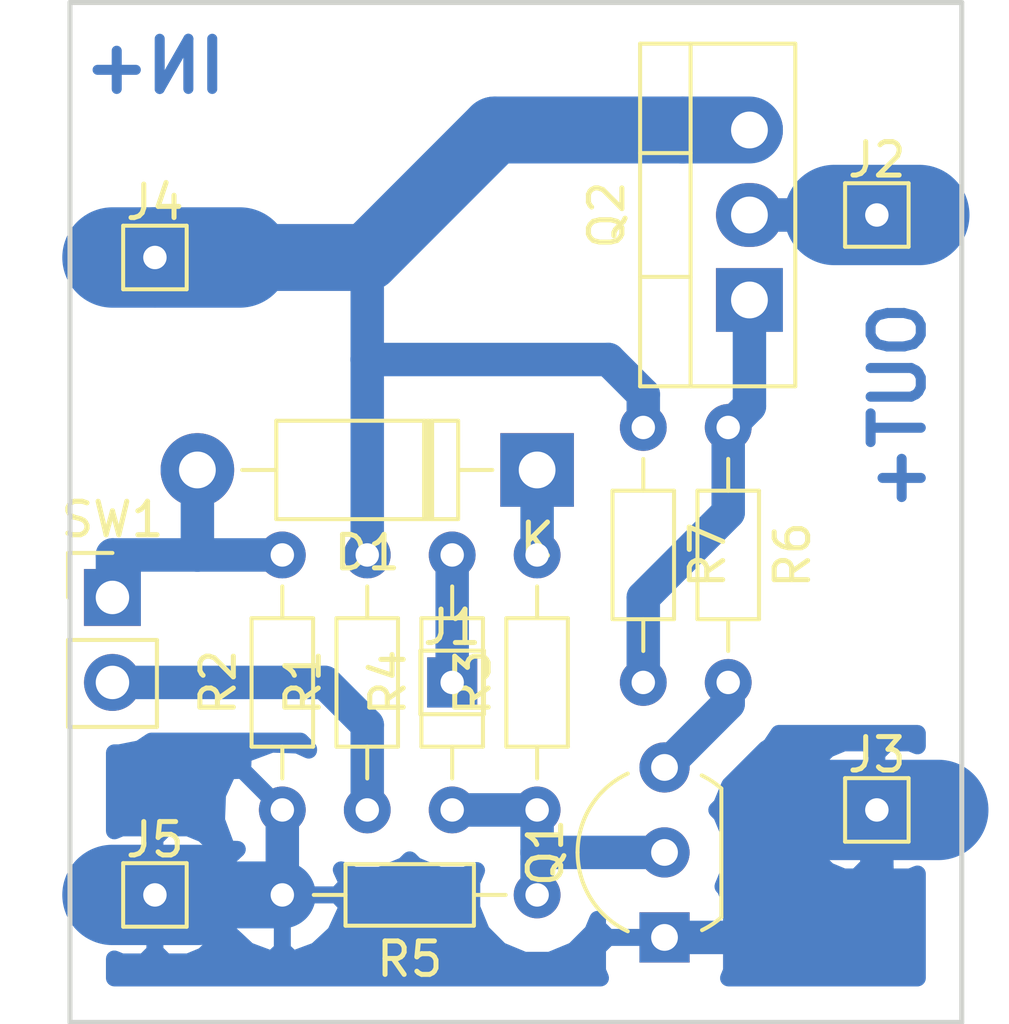
<source format=kicad_pcb>
(kicad_pcb (version 20171130) (host pcbnew 5.0.2-bee76a0~70~ubuntu16.04.1)

  (general
    (thickness 1.6)
    (drawings 6)
    (tracks 42)
    (zones 0)
    (modules 16)
    (nets 11)
  )

  (page A4)
  (layers
    (0 F.Cu signal)
    (31 B.Cu signal)
    (32 B.Adhes user)
    (33 F.Adhes user)
    (34 B.Paste user)
    (35 F.Paste user)
    (36 B.SilkS user)
    (37 F.SilkS user)
    (38 B.Mask user)
    (39 F.Mask user)
    (40 Dwgs.User user)
    (41 Cmts.User user)
    (42 Eco1.User user)
    (43 Eco2.User user)
    (44 Edge.Cuts user)
    (45 Margin user)
    (46 B.CrtYd user)
    (47 F.CrtYd user)
    (48 B.Fab user)
    (49 F.Fab user)
  )

  (setup
    (last_trace_width 1)
    (trace_clearance 0.127)
    (zone_clearance 1)
    (zone_45_only no)
    (trace_min 0.2)
    (segment_width 0.2)
    (edge_width 0.15)
    (via_size 0.8)
    (via_drill 0.4)
    (via_min_size 0.4)
    (via_min_drill 0.3)
    (uvia_size 0.3)
    (uvia_drill 0.1)
    (uvias_allowed no)
    (uvia_min_size 0.2)
    (uvia_min_drill 0.1)
    (pcb_text_width 0.3)
    (pcb_text_size 1.5 1.5)
    (mod_edge_width 0.15)
    (mod_text_size 1 1)
    (mod_text_width 0.15)
    (pad_size 1.524 1.524)
    (pad_drill 0.762)
    (pad_to_mask_clearance 0.051)
    (solder_mask_min_width 0.25)
    (aux_axis_origin 0 0)
    (visible_elements FFFFFF7F)
    (pcbplotparams
      (layerselection 0x010fc_ffffffff)
      (usegerberextensions false)
      (usegerberattributes false)
      (usegerberadvancedattributes false)
      (creategerberjobfile false)
      (excludeedgelayer true)
      (linewidth 0.100000)
      (plotframeref false)
      (viasonmask false)
      (mode 1)
      (useauxorigin false)
      (hpglpennumber 1)
      (hpglpenspeed 20)
      (hpglpendiameter 15.000000)
      (psnegative false)
      (psa4output false)
      (plotreference true)
      (plotvalue true)
      (plotinvisibletext false)
      (padsonsilk false)
      (subtractmaskfromsilk false)
      (outputformat 1)
      (mirror false)
      (drillshape 1)
      (scaleselection 1)
      (outputdirectory ""))
  )

  (net 0 "")
  (net 1 "Net-(D1-Pad1)")
  (net 2 "Net-(D1-Pad2)")
  (net 3 "Net-(J1-Pad1)")
  (net 4 "Net-(J2-Pad1)")
  (net 5 GND)
  (net 6 "Net-(Q1-Pad2)")
  (net 7 "Net-(Q1-Pad3)")
  (net 8 "Net-(Q2-Pad1)")
  (net 9 +BATT)
  (net 10 "Net-(R1-Pad1)")

  (net_class Default "This is the default net class."
    (clearance 0.127)
    (trace_width 1)
    (via_dia 0.8)
    (via_drill 0.4)
    (uvia_dia 0.3)
    (uvia_drill 0.1)
    (add_net +BATT)
    (add_net GND)
    (add_net "Net-(D1-Pad1)")
    (add_net "Net-(D1-Pad2)")
    (add_net "Net-(J1-Pad1)")
    (add_net "Net-(J2-Pad1)")
    (add_net "Net-(Q1-Pad2)")
    (add_net "Net-(Q1-Pad3)")
    (add_net "Net-(Q2-Pad1)")
    (add_net "Net-(R1-Pad1)")
  )

  (module Diode_THT:D_DO-41_SOD81_P10.16mm_Horizontal (layer F.Cu) (tedit 5AE50CD5) (tstamp 5DF7794B)
    (at 26.67 26.67 180)
    (descr "Diode, DO-41_SOD81 series, Axial, Horizontal, pin pitch=10.16mm, , length*diameter=5.2*2.7mm^2, , http://www.diodes.com/_files/packages/DO-41%20(Plastic).pdf")
    (tags "Diode DO-41_SOD81 series Axial Horizontal pin pitch 10.16mm  length 5.2mm diameter 2.7mm")
    (path /5DEAF799)
    (fp_text reference D1 (at 5.08 -2.47 180) (layer F.SilkS)
      (effects (font (size 1 1) (thickness 0.15)))
    )
    (fp_text value 1N4007 (at 5.08 2.47 180) (layer F.Fab)
      (effects (font (size 1 1) (thickness 0.15)))
    )
    (fp_line (start 2.48 -1.35) (end 2.48 1.35) (layer F.Fab) (width 0.1))
    (fp_line (start 2.48 1.35) (end 7.68 1.35) (layer F.Fab) (width 0.1))
    (fp_line (start 7.68 1.35) (end 7.68 -1.35) (layer F.Fab) (width 0.1))
    (fp_line (start 7.68 -1.35) (end 2.48 -1.35) (layer F.Fab) (width 0.1))
    (fp_line (start 0 0) (end 2.48 0) (layer F.Fab) (width 0.1))
    (fp_line (start 10.16 0) (end 7.68 0) (layer F.Fab) (width 0.1))
    (fp_line (start 3.26 -1.35) (end 3.26 1.35) (layer F.Fab) (width 0.1))
    (fp_line (start 3.36 -1.35) (end 3.36 1.35) (layer F.Fab) (width 0.1))
    (fp_line (start 3.16 -1.35) (end 3.16 1.35) (layer F.Fab) (width 0.1))
    (fp_line (start 2.36 -1.47) (end 2.36 1.47) (layer F.SilkS) (width 0.12))
    (fp_line (start 2.36 1.47) (end 7.8 1.47) (layer F.SilkS) (width 0.12))
    (fp_line (start 7.8 1.47) (end 7.8 -1.47) (layer F.SilkS) (width 0.12))
    (fp_line (start 7.8 -1.47) (end 2.36 -1.47) (layer F.SilkS) (width 0.12))
    (fp_line (start 1.34 0) (end 2.36 0) (layer F.SilkS) (width 0.12))
    (fp_line (start 8.82 0) (end 7.8 0) (layer F.SilkS) (width 0.12))
    (fp_line (start 3.26 -1.47) (end 3.26 1.47) (layer F.SilkS) (width 0.12))
    (fp_line (start 3.38 -1.47) (end 3.38 1.47) (layer F.SilkS) (width 0.12))
    (fp_line (start 3.14 -1.47) (end 3.14 1.47) (layer F.SilkS) (width 0.12))
    (fp_line (start -1.35 -1.6) (end -1.35 1.6) (layer F.CrtYd) (width 0.05))
    (fp_line (start -1.35 1.6) (end 11.51 1.6) (layer F.CrtYd) (width 0.05))
    (fp_line (start 11.51 1.6) (end 11.51 -1.6) (layer F.CrtYd) (width 0.05))
    (fp_line (start 11.51 -1.6) (end -1.35 -1.6) (layer F.CrtYd) (width 0.05))
    (fp_text user %R (at 5.47 0 180) (layer F.Fab)
      (effects (font (size 1 1) (thickness 0.15)))
    )
    (fp_text user K (at 0 -2.1 180) (layer F.Fab)
      (effects (font (size 1 1) (thickness 0.15)))
    )
    (fp_text user K (at 0 -2.1 180) (layer F.SilkS)
      (effects (font (size 1 1) (thickness 0.15)))
    )
    (pad 1 thru_hole rect (at 0 0 180) (size 2.2 2.2) (drill 1.1) (layers *.Cu *.Mask)
      (net 1 "Net-(D1-Pad1)"))
    (pad 2 thru_hole oval (at 10.16 0 180) (size 2.2 2.2) (drill 1.1) (layers *.Cu *.Mask)
      (net 2 "Net-(D1-Pad2)"))
    (model ${KISYS3DMOD}/Diode_THT.3dshapes/D_DO-41_SOD81_P10.16mm_Horizontal.wrl
      (at (xyz 0 0 0))
      (scale (xyz 1 1 1))
      (rotate (xyz 0 0 0))
    )
  )

  (module Package_TO_SOT_THT:TO-220-3_Vertical (layer F.Cu) (tedit 5AC8BA0D) (tstamp 5DF779B6)
    (at 33.02 21.59 90)
    (descr "TO-220-3, Vertical, RM 2.54mm, see https://www.vishay.com/docs/66542/to-220-1.pdf")
    (tags "TO-220-3 Vertical RM 2.54mm")
    (path /5DEAE833)
    (fp_text reference Q2 (at 2.54 -4.27 90) (layer F.SilkS)
      (effects (font (size 1 1) (thickness 0.15)))
    )
    (fp_text value TIP127 (at 2.54 2.5 90) (layer F.Fab)
      (effects (font (size 1 1) (thickness 0.15)))
    )
    (fp_line (start -2.46 -3.15) (end -2.46 1.25) (layer F.Fab) (width 0.1))
    (fp_line (start -2.46 1.25) (end 7.54 1.25) (layer F.Fab) (width 0.1))
    (fp_line (start 7.54 1.25) (end 7.54 -3.15) (layer F.Fab) (width 0.1))
    (fp_line (start 7.54 -3.15) (end -2.46 -3.15) (layer F.Fab) (width 0.1))
    (fp_line (start -2.46 -1.88) (end 7.54 -1.88) (layer F.Fab) (width 0.1))
    (fp_line (start 0.69 -3.15) (end 0.69 -1.88) (layer F.Fab) (width 0.1))
    (fp_line (start 4.39 -3.15) (end 4.39 -1.88) (layer F.Fab) (width 0.1))
    (fp_line (start -2.58 -3.27) (end 7.66 -3.27) (layer F.SilkS) (width 0.12))
    (fp_line (start -2.58 1.371) (end 7.66 1.371) (layer F.SilkS) (width 0.12))
    (fp_line (start -2.58 -3.27) (end -2.58 1.371) (layer F.SilkS) (width 0.12))
    (fp_line (start 7.66 -3.27) (end 7.66 1.371) (layer F.SilkS) (width 0.12))
    (fp_line (start -2.58 -1.76) (end 7.66 -1.76) (layer F.SilkS) (width 0.12))
    (fp_line (start 0.69 -3.27) (end 0.69 -1.76) (layer F.SilkS) (width 0.12))
    (fp_line (start 4.391 -3.27) (end 4.391 -1.76) (layer F.SilkS) (width 0.12))
    (fp_line (start -2.71 -3.4) (end -2.71 1.51) (layer F.CrtYd) (width 0.05))
    (fp_line (start -2.71 1.51) (end 7.79 1.51) (layer F.CrtYd) (width 0.05))
    (fp_line (start 7.79 1.51) (end 7.79 -3.4) (layer F.CrtYd) (width 0.05))
    (fp_line (start 7.79 -3.4) (end -2.71 -3.4) (layer F.CrtYd) (width 0.05))
    (fp_text user %R (at 2.54 -4.27 90) (layer F.Fab)
      (effects (font (size 1 1) (thickness 0.15)))
    )
    (pad 1 thru_hole rect (at 0 0 90) (size 1.905 2) (drill 1.1) (layers *.Cu *.Mask)
      (net 8 "Net-(Q2-Pad1)"))
    (pad 2 thru_hole oval (at 2.54 0 90) (size 1.905 2) (drill 1.1) (layers *.Cu *.Mask)
      (net 4 "Net-(J2-Pad1)"))
    (pad 3 thru_hole oval (at 5.08 0 90) (size 1.905 2) (drill 1.1) (layers *.Cu *.Mask)
      (net 9 +BATT))
    (model ${KISYS3DMOD}/Package_TO_SOT_THT.3dshapes/TO-220-3_Vertical.wrl
      (at (xyz 0 0 0))
      (scale (xyz 1 1 1))
      (rotate (xyz 0 0 0))
    )
  )

  (module Resistor_THT:R_Axial_DIN0204_L3.6mm_D1.6mm_P7.62mm_Horizontal (layer F.Cu) (tedit 5AE5139B) (tstamp 5DF78CE9)
    (at 21.59 36.83 90)
    (descr "Resistor, Axial_DIN0204 series, Axial, Horizontal, pin pitch=7.62mm, 0.167W, length*diameter=3.6*1.6mm^2, http://cdn-reichelt.de/documents/datenblatt/B400/1_4W%23YAG.pdf")
    (tags "Resistor Axial_DIN0204 series Axial Horizontal pin pitch 7.62mm 0.167W length 3.6mm diameter 1.6mm")
    (path /5DEB1A23)
    (fp_text reference R1 (at 3.81 -1.92 90) (layer F.SilkS)
      (effects (font (size 1 1) (thickness 0.15)))
    )
    (fp_text value 30k (at 3.81 1.92 90) (layer F.Fab)
      (effects (font (size 1 1) (thickness 0.15)))
    )
    (fp_line (start 2.01 -0.8) (end 2.01 0.8) (layer F.Fab) (width 0.1))
    (fp_line (start 2.01 0.8) (end 5.61 0.8) (layer F.Fab) (width 0.1))
    (fp_line (start 5.61 0.8) (end 5.61 -0.8) (layer F.Fab) (width 0.1))
    (fp_line (start 5.61 -0.8) (end 2.01 -0.8) (layer F.Fab) (width 0.1))
    (fp_line (start 0 0) (end 2.01 0) (layer F.Fab) (width 0.1))
    (fp_line (start 7.62 0) (end 5.61 0) (layer F.Fab) (width 0.1))
    (fp_line (start 1.89 -0.92) (end 1.89 0.92) (layer F.SilkS) (width 0.12))
    (fp_line (start 1.89 0.92) (end 5.73 0.92) (layer F.SilkS) (width 0.12))
    (fp_line (start 5.73 0.92) (end 5.73 -0.92) (layer F.SilkS) (width 0.12))
    (fp_line (start 5.73 -0.92) (end 1.89 -0.92) (layer F.SilkS) (width 0.12))
    (fp_line (start 0.94 0) (end 1.89 0) (layer F.SilkS) (width 0.12))
    (fp_line (start 6.68 0) (end 5.73 0) (layer F.SilkS) (width 0.12))
    (fp_line (start -0.95 -1.05) (end -0.95 1.05) (layer F.CrtYd) (width 0.05))
    (fp_line (start -0.95 1.05) (end 8.57 1.05) (layer F.CrtYd) (width 0.05))
    (fp_line (start 8.57 1.05) (end 8.57 -1.05) (layer F.CrtYd) (width 0.05))
    (fp_line (start 8.57 -1.05) (end -0.95 -1.05) (layer F.CrtYd) (width 0.05))
    (fp_text user %R (at 3.81 0 90) (layer F.Fab)
      (effects (font (size 0.72 0.72) (thickness 0.108)))
    )
    (pad 1 thru_hole circle (at 0 0 90) (size 1.4 1.4) (drill 0.7) (layers *.Cu *.Mask)
      (net 10 "Net-(R1-Pad1)"))
    (pad 2 thru_hole oval (at 7.62 0 90) (size 1.4 1.4) (drill 0.7) (layers *.Cu *.Mask)
      (net 9 +BATT))
    (model ${KISYS3DMOD}/Resistor_THT.3dshapes/R_Axial_DIN0204_L3.6mm_D1.6mm_P7.62mm_Horizontal.wrl
      (at (xyz 0 0 0))
      (scale (xyz 1 1 1))
      (rotate (xyz 0 0 0))
    )
  )

  (module Resistor_THT:R_Axial_DIN0204_L3.6mm_D1.6mm_P7.62mm_Horizontal (layer F.Cu) (tedit 5AE5139B) (tstamp 5DF779E4)
    (at 19.05 36.83 90)
    (descr "Resistor, Axial_DIN0204 series, Axial, Horizontal, pin pitch=7.62mm, 0.167W, length*diameter=3.6*1.6mm^2, http://cdn-reichelt.de/documents/datenblatt/B400/1_4W%23YAG.pdf")
    (tags "Resistor Axial_DIN0204 series Axial Horizontal pin pitch 7.62mm 0.167W length 3.6mm diameter 1.6mm")
    (path /5DEAFAB1)
    (fp_text reference R2 (at 3.81 -1.92 90) (layer F.SilkS)
      (effects (font (size 1 1) (thickness 0.15)))
    )
    (fp_text value 2k (at 3.81 1.92 90) (layer F.Fab)
      (effects (font (size 1 1) (thickness 0.15)))
    )
    (fp_text user %R (at 3.81 0 90) (layer F.Fab)
      (effects (font (size 0.72 0.72) (thickness 0.108)))
    )
    (fp_line (start 8.57 -1.05) (end -0.95 -1.05) (layer F.CrtYd) (width 0.05))
    (fp_line (start 8.57 1.05) (end 8.57 -1.05) (layer F.CrtYd) (width 0.05))
    (fp_line (start -0.95 1.05) (end 8.57 1.05) (layer F.CrtYd) (width 0.05))
    (fp_line (start -0.95 -1.05) (end -0.95 1.05) (layer F.CrtYd) (width 0.05))
    (fp_line (start 6.68 0) (end 5.73 0) (layer F.SilkS) (width 0.12))
    (fp_line (start 0.94 0) (end 1.89 0) (layer F.SilkS) (width 0.12))
    (fp_line (start 5.73 -0.92) (end 1.89 -0.92) (layer F.SilkS) (width 0.12))
    (fp_line (start 5.73 0.92) (end 5.73 -0.92) (layer F.SilkS) (width 0.12))
    (fp_line (start 1.89 0.92) (end 5.73 0.92) (layer F.SilkS) (width 0.12))
    (fp_line (start 1.89 -0.92) (end 1.89 0.92) (layer F.SilkS) (width 0.12))
    (fp_line (start 7.62 0) (end 5.61 0) (layer F.Fab) (width 0.1))
    (fp_line (start 0 0) (end 2.01 0) (layer F.Fab) (width 0.1))
    (fp_line (start 5.61 -0.8) (end 2.01 -0.8) (layer F.Fab) (width 0.1))
    (fp_line (start 5.61 0.8) (end 5.61 -0.8) (layer F.Fab) (width 0.1))
    (fp_line (start 2.01 0.8) (end 5.61 0.8) (layer F.Fab) (width 0.1))
    (fp_line (start 2.01 -0.8) (end 2.01 0.8) (layer F.Fab) (width 0.1))
    (pad 2 thru_hole oval (at 7.62 0 90) (size 1.4 1.4) (drill 0.7) (layers *.Cu *.Mask)
      (net 2 "Net-(D1-Pad2)"))
    (pad 1 thru_hole circle (at 0 0 90) (size 1.4 1.4) (drill 0.7) (layers *.Cu *.Mask)
      (net 5 GND))
    (model ${KISYS3DMOD}/Resistor_THT.3dshapes/R_Axial_DIN0204_L3.6mm_D1.6mm_P7.62mm_Horizontal.wrl
      (at (xyz 0 0 0))
      (scale (xyz 1 1 1))
      (rotate (xyz 0 0 0))
    )
  )

  (module Resistor_THT:R_Axial_DIN0204_L3.6mm_D1.6mm_P7.62mm_Horizontal (layer F.Cu) (tedit 5AE5139B) (tstamp 5DF779FB)
    (at 26.67 36.83 90)
    (descr "Resistor, Axial_DIN0204 series, Axial, Horizontal, pin pitch=7.62mm, 0.167W, length*diameter=3.6*1.6mm^2, http://cdn-reichelt.de/documents/datenblatt/B400/1_4W%23YAG.pdf")
    (tags "Resistor Axial_DIN0204 series Axial Horizontal pin pitch 7.62mm 0.167W length 3.6mm diameter 1.6mm")
    (path /5DEAF5A5)
    (fp_text reference R3 (at 3.81 -1.92 90) (layer F.SilkS)
      (effects (font (size 1 1) (thickness 0.15)))
    )
    (fp_text value 2k2 (at 3.81 1.92 90) (layer F.Fab)
      (effects (font (size 1 1) (thickness 0.15)))
    )
    (fp_text user %R (at 3.81 0 90) (layer F.Fab)
      (effects (font (size 0.72 0.72) (thickness 0.108)))
    )
    (fp_line (start 8.57 -1.05) (end -0.95 -1.05) (layer F.CrtYd) (width 0.05))
    (fp_line (start 8.57 1.05) (end 8.57 -1.05) (layer F.CrtYd) (width 0.05))
    (fp_line (start -0.95 1.05) (end 8.57 1.05) (layer F.CrtYd) (width 0.05))
    (fp_line (start -0.95 -1.05) (end -0.95 1.05) (layer F.CrtYd) (width 0.05))
    (fp_line (start 6.68 0) (end 5.73 0) (layer F.SilkS) (width 0.12))
    (fp_line (start 0.94 0) (end 1.89 0) (layer F.SilkS) (width 0.12))
    (fp_line (start 5.73 -0.92) (end 1.89 -0.92) (layer F.SilkS) (width 0.12))
    (fp_line (start 5.73 0.92) (end 5.73 -0.92) (layer F.SilkS) (width 0.12))
    (fp_line (start 1.89 0.92) (end 5.73 0.92) (layer F.SilkS) (width 0.12))
    (fp_line (start 1.89 -0.92) (end 1.89 0.92) (layer F.SilkS) (width 0.12))
    (fp_line (start 7.62 0) (end 5.61 0) (layer F.Fab) (width 0.1))
    (fp_line (start 0 0) (end 2.01 0) (layer F.Fab) (width 0.1))
    (fp_line (start 5.61 -0.8) (end 2.01 -0.8) (layer F.Fab) (width 0.1))
    (fp_line (start 5.61 0.8) (end 5.61 -0.8) (layer F.Fab) (width 0.1))
    (fp_line (start 2.01 0.8) (end 5.61 0.8) (layer F.Fab) (width 0.1))
    (fp_line (start 2.01 -0.8) (end 2.01 0.8) (layer F.Fab) (width 0.1))
    (pad 2 thru_hole oval (at 7.62 0 90) (size 1.4 1.4) (drill 0.7) (layers *.Cu *.Mask)
      (net 1 "Net-(D1-Pad1)"))
    (pad 1 thru_hole circle (at 0 0 90) (size 1.4 1.4) (drill 0.7) (layers *.Cu *.Mask)
      (net 6 "Net-(Q1-Pad2)"))
    (model ${KISYS3DMOD}/Resistor_THT.3dshapes/R_Axial_DIN0204_L3.6mm_D1.6mm_P7.62mm_Horizontal.wrl
      (at (xyz 0 0 0))
      (scale (xyz 1 1 1))
      (rotate (xyz 0 0 0))
    )
  )

  (module Resistor_THT:R_Axial_DIN0204_L3.6mm_D1.6mm_P7.62mm_Horizontal (layer F.Cu) (tedit 5AE5139B) (tstamp 5DF78C90)
    (at 24.13 36.83 90)
    (descr "Resistor, Axial_DIN0204 series, Axial, Horizontal, pin pitch=7.62mm, 0.167W, length*diameter=3.6*1.6mm^2, http://cdn-reichelt.de/documents/datenblatt/B400/1_4W%23YAG.pdf")
    (tags "Resistor Axial_DIN0204 series Axial Horizontal pin pitch 7.62mm 0.167W length 3.6mm diameter 1.6mm")
    (path /5DEAF884)
    (fp_text reference R4 (at 3.81 -1.92 90) (layer F.SilkS)
      (effects (font (size 1 1) (thickness 0.15)))
    )
    (fp_text value 2k2 (at 3.81 1.92 90) (layer F.Fab)
      (effects (font (size 1 1) (thickness 0.15)))
    )
    (fp_line (start 2.01 -0.8) (end 2.01 0.8) (layer F.Fab) (width 0.1))
    (fp_line (start 2.01 0.8) (end 5.61 0.8) (layer F.Fab) (width 0.1))
    (fp_line (start 5.61 0.8) (end 5.61 -0.8) (layer F.Fab) (width 0.1))
    (fp_line (start 5.61 -0.8) (end 2.01 -0.8) (layer F.Fab) (width 0.1))
    (fp_line (start 0 0) (end 2.01 0) (layer F.Fab) (width 0.1))
    (fp_line (start 7.62 0) (end 5.61 0) (layer F.Fab) (width 0.1))
    (fp_line (start 1.89 -0.92) (end 1.89 0.92) (layer F.SilkS) (width 0.12))
    (fp_line (start 1.89 0.92) (end 5.73 0.92) (layer F.SilkS) (width 0.12))
    (fp_line (start 5.73 0.92) (end 5.73 -0.92) (layer F.SilkS) (width 0.12))
    (fp_line (start 5.73 -0.92) (end 1.89 -0.92) (layer F.SilkS) (width 0.12))
    (fp_line (start 0.94 0) (end 1.89 0) (layer F.SilkS) (width 0.12))
    (fp_line (start 6.68 0) (end 5.73 0) (layer F.SilkS) (width 0.12))
    (fp_line (start -0.95 -1.05) (end -0.95 1.05) (layer F.CrtYd) (width 0.05))
    (fp_line (start -0.95 1.05) (end 8.57 1.05) (layer F.CrtYd) (width 0.05))
    (fp_line (start 8.57 1.05) (end 8.57 -1.05) (layer F.CrtYd) (width 0.05))
    (fp_line (start 8.57 -1.05) (end -0.95 -1.05) (layer F.CrtYd) (width 0.05))
    (fp_text user %R (at 3.81 0 90) (layer F.Fab)
      (effects (font (size 0.72 0.72) (thickness 0.108)))
    )
    (pad 1 thru_hole circle (at 0 0 90) (size 1.4 1.4) (drill 0.7) (layers *.Cu *.Mask)
      (net 6 "Net-(Q1-Pad2)"))
    (pad 2 thru_hole oval (at 7.62 0 90) (size 1.4 1.4) (drill 0.7) (layers *.Cu *.Mask)
      (net 3 "Net-(J1-Pad1)"))
    (model ${KISYS3DMOD}/Resistor_THT.3dshapes/R_Axial_DIN0204_L3.6mm_D1.6mm_P7.62mm_Horizontal.wrl
      (at (xyz 0 0 0))
      (scale (xyz 1 1 1))
      (rotate (xyz 0 0 0))
    )
  )

  (module Resistor_THT:R_Axial_DIN0204_L3.6mm_D1.6mm_P7.62mm_Horizontal (layer F.Cu) (tedit 5AE5139B) (tstamp 5DF77A29)
    (at 26.67 39.37 180)
    (descr "Resistor, Axial_DIN0204 series, Axial, Horizontal, pin pitch=7.62mm, 0.167W, length*diameter=3.6*1.6mm^2, http://cdn-reichelt.de/documents/datenblatt/B400/1_4W%23YAG.pdf")
    (tags "Resistor Axial_DIN0204 series Axial Horizontal pin pitch 7.62mm 0.167W length 3.6mm diameter 1.6mm")
    (path /5DEAECF1)
    (fp_text reference R5 (at 3.81 -1.92 180) (layer F.SilkS)
      (effects (font (size 1 1) (thickness 0.15)))
    )
    (fp_text value 51k (at 3.81 1.92 180) (layer F.Fab)
      (effects (font (size 1 1) (thickness 0.15)))
    )
    (fp_line (start 2.01 -0.8) (end 2.01 0.8) (layer F.Fab) (width 0.1))
    (fp_line (start 2.01 0.8) (end 5.61 0.8) (layer F.Fab) (width 0.1))
    (fp_line (start 5.61 0.8) (end 5.61 -0.8) (layer F.Fab) (width 0.1))
    (fp_line (start 5.61 -0.8) (end 2.01 -0.8) (layer F.Fab) (width 0.1))
    (fp_line (start 0 0) (end 2.01 0) (layer F.Fab) (width 0.1))
    (fp_line (start 7.62 0) (end 5.61 0) (layer F.Fab) (width 0.1))
    (fp_line (start 1.89 -0.92) (end 1.89 0.92) (layer F.SilkS) (width 0.12))
    (fp_line (start 1.89 0.92) (end 5.73 0.92) (layer F.SilkS) (width 0.12))
    (fp_line (start 5.73 0.92) (end 5.73 -0.92) (layer F.SilkS) (width 0.12))
    (fp_line (start 5.73 -0.92) (end 1.89 -0.92) (layer F.SilkS) (width 0.12))
    (fp_line (start 0.94 0) (end 1.89 0) (layer F.SilkS) (width 0.12))
    (fp_line (start 6.68 0) (end 5.73 0) (layer F.SilkS) (width 0.12))
    (fp_line (start -0.95 -1.05) (end -0.95 1.05) (layer F.CrtYd) (width 0.05))
    (fp_line (start -0.95 1.05) (end 8.57 1.05) (layer F.CrtYd) (width 0.05))
    (fp_line (start 8.57 1.05) (end 8.57 -1.05) (layer F.CrtYd) (width 0.05))
    (fp_line (start 8.57 -1.05) (end -0.95 -1.05) (layer F.CrtYd) (width 0.05))
    (fp_text user %R (at 3.81 0 180) (layer F.Fab)
      (effects (font (size 0.72 0.72) (thickness 0.108)))
    )
    (pad 1 thru_hole circle (at 0 0 180) (size 1.4 1.4) (drill 0.7) (layers *.Cu *.Mask)
      (net 6 "Net-(Q1-Pad2)"))
    (pad 2 thru_hole oval (at 7.62 0 180) (size 1.4 1.4) (drill 0.7) (layers *.Cu *.Mask)
      (net 5 GND))
    (model ${KISYS3DMOD}/Resistor_THT.3dshapes/R_Axial_DIN0204_L3.6mm_D1.6mm_P7.62mm_Horizontal.wrl
      (at (xyz 0 0 0))
      (scale (xyz 1 1 1))
      (rotate (xyz 0 0 0))
    )
  )

  (module Resistor_THT:R_Axial_DIN0204_L3.6mm_D1.6mm_P7.62mm_Horizontal (layer F.Cu) (tedit 5AE5139B) (tstamp 5DF77A40)
    (at 32.385 25.4 270)
    (descr "Resistor, Axial_DIN0204 series, Axial, Horizontal, pin pitch=7.62mm, 0.167W, length*diameter=3.6*1.6mm^2, http://cdn-reichelt.de/documents/datenblatt/B400/1_4W%23YAG.pdf")
    (tags "Resistor Axial_DIN0204 series Axial Horizontal pin pitch 7.62mm 0.167W length 3.6mm diameter 1.6mm")
    (path /5DEAEE16)
    (fp_text reference R6 (at 3.81 -1.92 270) (layer F.SilkS)
      (effects (font (size 1 1) (thickness 0.15)))
    )
    (fp_text value 10k (at 3.81 1.92 270) (layer F.Fab)
      (effects (font (size 1 1) (thickness 0.15)))
    )
    (fp_text user %R (at 3.81 0 270) (layer F.Fab)
      (effects (font (size 0.72 0.72) (thickness 0.108)))
    )
    (fp_line (start 8.57 -1.05) (end -0.95 -1.05) (layer F.CrtYd) (width 0.05))
    (fp_line (start 8.57 1.05) (end 8.57 -1.05) (layer F.CrtYd) (width 0.05))
    (fp_line (start -0.95 1.05) (end 8.57 1.05) (layer F.CrtYd) (width 0.05))
    (fp_line (start -0.95 -1.05) (end -0.95 1.05) (layer F.CrtYd) (width 0.05))
    (fp_line (start 6.68 0) (end 5.73 0) (layer F.SilkS) (width 0.12))
    (fp_line (start 0.94 0) (end 1.89 0) (layer F.SilkS) (width 0.12))
    (fp_line (start 5.73 -0.92) (end 1.89 -0.92) (layer F.SilkS) (width 0.12))
    (fp_line (start 5.73 0.92) (end 5.73 -0.92) (layer F.SilkS) (width 0.12))
    (fp_line (start 1.89 0.92) (end 5.73 0.92) (layer F.SilkS) (width 0.12))
    (fp_line (start 1.89 -0.92) (end 1.89 0.92) (layer F.SilkS) (width 0.12))
    (fp_line (start 7.62 0) (end 5.61 0) (layer F.Fab) (width 0.1))
    (fp_line (start 0 0) (end 2.01 0) (layer F.Fab) (width 0.1))
    (fp_line (start 5.61 -0.8) (end 2.01 -0.8) (layer F.Fab) (width 0.1))
    (fp_line (start 5.61 0.8) (end 5.61 -0.8) (layer F.Fab) (width 0.1))
    (fp_line (start 2.01 0.8) (end 5.61 0.8) (layer F.Fab) (width 0.1))
    (fp_line (start 2.01 -0.8) (end 2.01 0.8) (layer F.Fab) (width 0.1))
    (pad 2 thru_hole oval (at 7.62 0 270) (size 1.4 1.4) (drill 0.7) (layers *.Cu *.Mask)
      (net 7 "Net-(Q1-Pad3)"))
    (pad 1 thru_hole circle (at 0 0 270) (size 1.4 1.4) (drill 0.7) (layers *.Cu *.Mask)
      (net 8 "Net-(Q2-Pad1)"))
    (model ${KISYS3DMOD}/Resistor_THT.3dshapes/R_Axial_DIN0204_L3.6mm_D1.6mm_P7.62mm_Horizontal.wrl
      (at (xyz 0 0 0))
      (scale (xyz 1 1 1))
      (rotate (xyz 0 0 0))
    )
  )

  (module Resistor_THT:R_Axial_DIN0204_L3.6mm_D1.6mm_P7.62mm_Horizontal (layer F.Cu) (tedit 5AE5139B) (tstamp 5DF77A57)
    (at 29.845 25.4 270)
    (descr "Resistor, Axial_DIN0204 series, Axial, Horizontal, pin pitch=7.62mm, 0.167W, length*diameter=3.6*1.6mm^2, http://cdn-reichelt.de/documents/datenblatt/B400/1_4W%23YAG.pdf")
    (tags "Resistor Axial_DIN0204 series Axial Horizontal pin pitch 7.62mm 0.167W length 3.6mm diameter 1.6mm")
    (path /5DEAF12D)
    (fp_text reference R7 (at 3.81 -1.92 270) (layer F.SilkS)
      (effects (font (size 1 1) (thickness 0.15)))
    )
    (fp_text value 51k (at 3.81 1.92 270) (layer F.Fab)
      (effects (font (size 1 1) (thickness 0.15)))
    )
    (fp_line (start 2.01 -0.8) (end 2.01 0.8) (layer F.Fab) (width 0.1))
    (fp_line (start 2.01 0.8) (end 5.61 0.8) (layer F.Fab) (width 0.1))
    (fp_line (start 5.61 0.8) (end 5.61 -0.8) (layer F.Fab) (width 0.1))
    (fp_line (start 5.61 -0.8) (end 2.01 -0.8) (layer F.Fab) (width 0.1))
    (fp_line (start 0 0) (end 2.01 0) (layer F.Fab) (width 0.1))
    (fp_line (start 7.62 0) (end 5.61 0) (layer F.Fab) (width 0.1))
    (fp_line (start 1.89 -0.92) (end 1.89 0.92) (layer F.SilkS) (width 0.12))
    (fp_line (start 1.89 0.92) (end 5.73 0.92) (layer F.SilkS) (width 0.12))
    (fp_line (start 5.73 0.92) (end 5.73 -0.92) (layer F.SilkS) (width 0.12))
    (fp_line (start 5.73 -0.92) (end 1.89 -0.92) (layer F.SilkS) (width 0.12))
    (fp_line (start 0.94 0) (end 1.89 0) (layer F.SilkS) (width 0.12))
    (fp_line (start 6.68 0) (end 5.73 0) (layer F.SilkS) (width 0.12))
    (fp_line (start -0.95 -1.05) (end -0.95 1.05) (layer F.CrtYd) (width 0.05))
    (fp_line (start -0.95 1.05) (end 8.57 1.05) (layer F.CrtYd) (width 0.05))
    (fp_line (start 8.57 1.05) (end 8.57 -1.05) (layer F.CrtYd) (width 0.05))
    (fp_line (start 8.57 -1.05) (end -0.95 -1.05) (layer F.CrtYd) (width 0.05))
    (fp_text user %R (at 3.81 0 270) (layer F.Fab)
      (effects (font (size 0.72 0.72) (thickness 0.108)))
    )
    (pad 1 thru_hole circle (at 0 0 270) (size 1.4 1.4) (drill 0.7) (layers *.Cu *.Mask)
      (net 9 +BATT))
    (pad 2 thru_hole oval (at 7.62 0 270) (size 1.4 1.4) (drill 0.7) (layers *.Cu *.Mask)
      (net 8 "Net-(Q2-Pad1)"))
    (model ${KISYS3DMOD}/Resistor_THT.3dshapes/R_Axial_DIN0204_L3.6mm_D1.6mm_P7.62mm_Horizontal.wrl
      (at (xyz 0 0 0))
      (scale (xyz 1 1 1))
      (rotate (xyz 0 0 0))
    )
  )

  (module Connector_PinHeader_2.54mm:PinHeader_1x02_P2.54mm_Vertical (layer F.Cu) (tedit 59FED5CC) (tstamp 5DF77A6D)
    (at 13.97 30.48)
    (descr "Through hole straight pin header, 1x02, 2.54mm pitch, single row")
    (tags "Through hole pin header THT 1x02 2.54mm single row")
    (path /5DEB1238)
    (fp_text reference SW1 (at 0 -2.33) (layer F.SilkS)
      (effects (font (size 1 1) (thickness 0.15)))
    )
    (fp_text value SW_Push (at 0 4.87) (layer F.Fab)
      (effects (font (size 1 1) (thickness 0.15)))
    )
    (fp_line (start -0.635 -1.27) (end 1.27 -1.27) (layer F.Fab) (width 0.1))
    (fp_line (start 1.27 -1.27) (end 1.27 3.81) (layer F.Fab) (width 0.1))
    (fp_line (start 1.27 3.81) (end -1.27 3.81) (layer F.Fab) (width 0.1))
    (fp_line (start -1.27 3.81) (end -1.27 -0.635) (layer F.Fab) (width 0.1))
    (fp_line (start -1.27 -0.635) (end -0.635 -1.27) (layer F.Fab) (width 0.1))
    (fp_line (start -1.33 3.87) (end 1.33 3.87) (layer F.SilkS) (width 0.12))
    (fp_line (start -1.33 1.27) (end -1.33 3.87) (layer F.SilkS) (width 0.12))
    (fp_line (start 1.33 1.27) (end 1.33 3.87) (layer F.SilkS) (width 0.12))
    (fp_line (start -1.33 1.27) (end 1.33 1.27) (layer F.SilkS) (width 0.12))
    (fp_line (start -1.33 0) (end -1.33 -1.33) (layer F.SilkS) (width 0.12))
    (fp_line (start -1.33 -1.33) (end 0 -1.33) (layer F.SilkS) (width 0.12))
    (fp_line (start -1.8 -1.8) (end -1.8 4.35) (layer F.CrtYd) (width 0.05))
    (fp_line (start -1.8 4.35) (end 1.8 4.35) (layer F.CrtYd) (width 0.05))
    (fp_line (start 1.8 4.35) (end 1.8 -1.8) (layer F.CrtYd) (width 0.05))
    (fp_line (start 1.8 -1.8) (end -1.8 -1.8) (layer F.CrtYd) (width 0.05))
    (fp_text user %R (at 0 1.27 90) (layer F.Fab)
      (effects (font (size 1 1) (thickness 0.15)))
    )
    (pad 1 thru_hole rect (at 0 0) (size 1.7 1.7) (drill 1) (layers *.Cu *.Mask)
      (net 2 "Net-(D1-Pad2)"))
    (pad 2 thru_hole oval (at 0 2.54) (size 1.7 1.7) (drill 1) (layers *.Cu *.Mask)
      (net 10 "Net-(R1-Pad1)"))
    (model ${KISYS3DMOD}/Connector_PinHeader_2.54mm.3dshapes/PinHeader_1x02_P2.54mm_Vertical.wrl
      (at (xyz 0 0 0))
      (scale (xyz 1 1 1))
      (rotate (xyz 0 0 0))
    )
  )

  (module TestPoint:TestPoint_THTPad_1.5x1.5mm_Drill0.7mm (layer F.Cu) (tedit 5A0F774F) (tstamp 5DF7951E)
    (at 24.13 33.02)
    (descr "THT rectangular pad as test Point, square 1.5mm side length, hole diameter 0.7mm")
    (tags "test point THT pad rectangle square")
    (path /5DEB2BD6)
    (attr virtual)
    (fp_text reference J1 (at 0 -1.648) (layer F.SilkS)
      (effects (font (size 1 1) (thickness 0.15)))
    )
    (fp_text value enable (at 0 1.75) (layer F.Fab)
      (effects (font (size 1 1) (thickness 0.15)))
    )
    (fp_text user %R (at 0 -1.65) (layer F.Fab)
      (effects (font (size 1 1) (thickness 0.15)))
    )
    (fp_line (start -0.95 -0.95) (end 0.95 -0.95) (layer F.SilkS) (width 0.12))
    (fp_line (start 0.95 -0.95) (end 0.95 0.95) (layer F.SilkS) (width 0.12))
    (fp_line (start 0.95 0.95) (end -0.95 0.95) (layer F.SilkS) (width 0.12))
    (fp_line (start -0.95 0.95) (end -0.95 -0.95) (layer F.SilkS) (width 0.12))
    (fp_line (start -1.25 -1.25) (end 1.25 -1.25) (layer F.CrtYd) (width 0.05))
    (fp_line (start -1.25 -1.25) (end -1.25 1.25) (layer F.CrtYd) (width 0.05))
    (fp_line (start 1.25 1.25) (end 1.25 -1.25) (layer F.CrtYd) (width 0.05))
    (fp_line (start 1.25 1.25) (end -1.25 1.25) (layer F.CrtYd) (width 0.05))
    (pad 1 thru_hole rect (at 0 0) (size 1.5 1.5) (drill 0.7) (layers *.Cu *.Mask)
      (net 3 "Net-(J1-Pad1)"))
  )

  (module TestPoint:TestPoint_THTPad_1.5x1.5mm_Drill0.7mm (layer F.Cu) (tedit 5A0F774F) (tstamp 5DF7952B)
    (at 36.83 19.05)
    (descr "THT rectangular pad as test Point, square 1.5mm side length, hole diameter 0.7mm")
    (tags "test point THT pad rectangle square")
    (path /5DEB2370)
    (attr virtual)
    (fp_text reference J2 (at 0 -1.648) (layer F.SilkS)
      (effects (font (size 1 1) (thickness 0.15)))
    )
    (fp_text value switched+ (at 0 1.75) (layer F.Fab)
      (effects (font (size 1 1) (thickness 0.15)))
    )
    (fp_text user %R (at 0 -1.65) (layer F.Fab)
      (effects (font (size 1 1) (thickness 0.15)))
    )
    (fp_line (start -0.95 -0.95) (end 0.95 -0.95) (layer F.SilkS) (width 0.12))
    (fp_line (start 0.95 -0.95) (end 0.95 0.95) (layer F.SilkS) (width 0.12))
    (fp_line (start 0.95 0.95) (end -0.95 0.95) (layer F.SilkS) (width 0.12))
    (fp_line (start -0.95 0.95) (end -0.95 -0.95) (layer F.SilkS) (width 0.12))
    (fp_line (start -1.25 -1.25) (end 1.25 -1.25) (layer F.CrtYd) (width 0.05))
    (fp_line (start -1.25 -1.25) (end -1.25 1.25) (layer F.CrtYd) (width 0.05))
    (fp_line (start 1.25 1.25) (end 1.25 -1.25) (layer F.CrtYd) (width 0.05))
    (fp_line (start 1.25 1.25) (end -1.25 1.25) (layer F.CrtYd) (width 0.05))
    (pad 1 thru_hole rect (at 0 0) (size 1.5 1.5) (drill 0.7) (layers *.Cu *.Mask)
      (net 4 "Net-(J2-Pad1)"))
  )

  (module TestPoint:TestPoint_THTPad_1.5x1.5mm_Drill0.7mm (layer F.Cu) (tedit 5A0F774F) (tstamp 5DF79538)
    (at 36.83 36.83)
    (descr "THT rectangular pad as test Point, square 1.5mm side length, hole diameter 0.7mm")
    (tags "test point THT pad rectangle square")
    (path /5DEB242C)
    (attr virtual)
    (fp_text reference J3 (at 0 -1.648) (layer F.SilkS)
      (effects (font (size 1 1) (thickness 0.15)))
    )
    (fp_text value switched- (at 0 1.75) (layer F.Fab)
      (effects (font (size 1 1) (thickness 0.15)))
    )
    (fp_line (start 1.25 1.25) (end -1.25 1.25) (layer F.CrtYd) (width 0.05))
    (fp_line (start 1.25 1.25) (end 1.25 -1.25) (layer F.CrtYd) (width 0.05))
    (fp_line (start -1.25 -1.25) (end -1.25 1.25) (layer F.CrtYd) (width 0.05))
    (fp_line (start -1.25 -1.25) (end 1.25 -1.25) (layer F.CrtYd) (width 0.05))
    (fp_line (start -0.95 0.95) (end -0.95 -0.95) (layer F.SilkS) (width 0.12))
    (fp_line (start 0.95 0.95) (end -0.95 0.95) (layer F.SilkS) (width 0.12))
    (fp_line (start 0.95 -0.95) (end 0.95 0.95) (layer F.SilkS) (width 0.12))
    (fp_line (start -0.95 -0.95) (end 0.95 -0.95) (layer F.SilkS) (width 0.12))
    (fp_text user %R (at 0 -1.65) (layer F.Fab)
      (effects (font (size 1 1) (thickness 0.15)))
    )
    (pad 1 thru_hole rect (at 0 0) (size 1.5 1.5) (drill 0.7) (layers *.Cu *.Mask)
      (net 5 GND))
  )

  (module TestPoint:TestPoint_THTPad_1.5x1.5mm_Drill0.7mm (layer F.Cu) (tedit 5A0F774F) (tstamp 5DF79545)
    (at 15.24 20.32)
    (descr "THT rectangular pad as test Point, square 1.5mm side length, hole diameter 0.7mm")
    (tags "test point THT pad rectangle square")
    (path /5DEB3053)
    (attr virtual)
    (fp_text reference J4 (at 0 -1.648) (layer F.SilkS)
      (effects (font (size 1 1) (thickness 0.15)))
    )
    (fp_text value Bat+ (at 0 1.75) (layer F.Fab)
      (effects (font (size 1 1) (thickness 0.15)))
    )
    (fp_line (start 1.25 1.25) (end -1.25 1.25) (layer F.CrtYd) (width 0.05))
    (fp_line (start 1.25 1.25) (end 1.25 -1.25) (layer F.CrtYd) (width 0.05))
    (fp_line (start -1.25 -1.25) (end -1.25 1.25) (layer F.CrtYd) (width 0.05))
    (fp_line (start -1.25 -1.25) (end 1.25 -1.25) (layer F.CrtYd) (width 0.05))
    (fp_line (start -0.95 0.95) (end -0.95 -0.95) (layer F.SilkS) (width 0.12))
    (fp_line (start 0.95 0.95) (end -0.95 0.95) (layer F.SilkS) (width 0.12))
    (fp_line (start 0.95 -0.95) (end 0.95 0.95) (layer F.SilkS) (width 0.12))
    (fp_line (start -0.95 -0.95) (end 0.95 -0.95) (layer F.SilkS) (width 0.12))
    (fp_text user %R (at 0 -1.65) (layer F.Fab)
      (effects (font (size 1 1) (thickness 0.15)))
    )
    (pad 1 thru_hole rect (at 0 0) (size 1.5 1.5) (drill 0.7) (layers *.Cu *.Mask)
      (net 9 +BATT))
  )

  (module TestPoint:TestPoint_THTPad_1.5x1.5mm_Drill0.7mm (layer F.Cu) (tedit 5A0F774F) (tstamp 5DF79552)
    (at 15.24 39.37)
    (descr "THT rectangular pad as test Point, square 1.5mm side length, hole diameter 0.7mm")
    (tags "test point THT pad rectangle square")
    (path /5DEB30F7)
    (attr virtual)
    (fp_text reference J5 (at 0 -1.648) (layer F.SilkS)
      (effects (font (size 1 1) (thickness 0.15)))
    )
    (fp_text value Bat- (at 0 1.75) (layer F.Fab)
      (effects (font (size 1 1) (thickness 0.15)))
    )
    (fp_text user %R (at 0 -1.65) (layer F.Fab)
      (effects (font (size 1 1) (thickness 0.15)))
    )
    (fp_line (start -0.95 -0.95) (end 0.95 -0.95) (layer F.SilkS) (width 0.12))
    (fp_line (start 0.95 -0.95) (end 0.95 0.95) (layer F.SilkS) (width 0.12))
    (fp_line (start 0.95 0.95) (end -0.95 0.95) (layer F.SilkS) (width 0.12))
    (fp_line (start -0.95 0.95) (end -0.95 -0.95) (layer F.SilkS) (width 0.12))
    (fp_line (start -1.25 -1.25) (end 1.25 -1.25) (layer F.CrtYd) (width 0.05))
    (fp_line (start -1.25 -1.25) (end -1.25 1.25) (layer F.CrtYd) (width 0.05))
    (fp_line (start 1.25 1.25) (end 1.25 -1.25) (layer F.CrtYd) (width 0.05))
    (fp_line (start 1.25 1.25) (end -1.25 1.25) (layer F.CrtYd) (width 0.05))
    (pad 1 thru_hole rect (at 0 0) (size 1.5 1.5) (drill 0.7) (layers *.Cu *.Mask)
      (net 5 GND))
  )

  (module Package_TO_SOT_THT:TO-92L_Inline_Wide (layer F.Cu) (tedit 5A11996A) (tstamp 5DF7968E)
    (at 30.48 40.64 90)
    (descr "TO-92L leads in-line (large body variant of TO-92), also known as TO-226, wide, drill 0.75mm (see https://www.diodes.com/assets/Package-Files/TO92L.pdf and http://www.ti.com/lit/an/snoa059/snoa059.pdf)")
    (tags "TO-92L Inline Wide transistor")
    (path /5DEAEC02)
    (fp_text reference Q1 (at 2.54 -3.56 90) (layer F.SilkS)
      (effects (font (size 1 1) (thickness 0.15)))
    )
    (fp_text value 2N5551 (at 2.54 2.79 90) (layer F.Fab)
      (effects (font (size 1 1) (thickness 0.15)))
    )
    (fp_text user %R (at 2.54 -3.56 90) (layer F.Fab)
      (effects (font (size 1 1) (thickness 0.15)))
    )
    (fp_line (start 0.6 1.7) (end 4.45 1.7) (layer F.SilkS) (width 0.12))
    (fp_line (start 0.65 1.6) (end 4.4 1.6) (layer F.Fab) (width 0.1))
    (fp_line (start -1 -2.75) (end 6.1 -2.75) (layer F.CrtYd) (width 0.05))
    (fp_line (start -1 -2.75) (end -1 1.85) (layer F.CrtYd) (width 0.05))
    (fp_line (start 6.1 1.85) (end 6.1 -2.75) (layer F.CrtYd) (width 0.05))
    (fp_line (start 6.1 1.85) (end -1 1.85) (layer F.CrtYd) (width 0.05))
    (fp_arc (start 2.54 0) (end 0.6 1.7) (angle 15.44288892) (layer F.SilkS) (width 0.12))
    (fp_arc (start 2.54 0) (end 2.54 -2.6) (angle -65) (layer F.SilkS) (width 0.12))
    (fp_arc (start 2.54 0) (end 2.54 -2.6) (angle 65) (layer F.SilkS) (width 0.12))
    (fp_arc (start 2.54 0) (end 2.54 -2.48) (angle 129.9527847) (layer F.Fab) (width 0.1))
    (fp_arc (start 2.54 0) (end 2.54 -2.48) (angle -130.2499344) (layer F.Fab) (width 0.1))
    (fp_arc (start 2.54 0) (end 4.45 1.7) (angle -15.88591585) (layer F.SilkS) (width 0.12))
    (pad 2 thru_hole circle (at 2.54 0 180) (size 1.5 1.5) (drill 0.8) (layers *.Cu *.Mask)
      (net 6 "Net-(Q1-Pad2)"))
    (pad 3 thru_hole circle (at 5.08 0 180) (size 1.5 1.5) (drill 0.8) (layers *.Cu *.Mask)
      (net 7 "Net-(Q1-Pad3)"))
    (pad 1 thru_hole rect (at 0 0 180) (size 1.5 1.5) (drill 0.8) (layers *.Cu *.Mask)
      (net 5 GND))
    (model ${KISYS3DMOD}/Package_TO_SOT_THT.3dshapes/TO-92L_Inline_Wide.wrl
      (at (xyz 0 0 0))
      (scale (xyz 1 1 1))
      (rotate (xyz 0 0 0))
    )
  )

  (gr_text OUT+ (at 37.465 24.765 90) (layer B.Cu)
    (effects (font (size 1.5 1.5) (thickness 0.3)) (justify mirror))
  )
  (gr_text IN+ (at 15.24 14.605) (layer B.Cu)
    (effects (font (size 1.5 1.5) (thickness 0.3)) (justify mirror))
  )
  (gr_line (start 12.7 43.18) (end 12.7 12.7) (layer Edge.Cuts) (width 0.15))
  (gr_line (start 39.37 43.18) (end 12.7 43.18) (layer Edge.Cuts) (width 0.15))
  (gr_line (start 39.37 12.7) (end 39.37 43.18) (layer Edge.Cuts) (width 0.15))
  (gr_line (start 12.7 12.7) (end 39.37 12.7) (layer Edge.Cuts) (width 0.15))

  (segment (start 26.67 26.67) (end 26.67 29.21) (width 1) (layer B.Cu) (net 1) (status 30))
  (segment (start 19.05 29.21) (end 16.51 29.21) (width 1) (layer B.Cu) (net 2) (status 10))
  (segment (start 16.51 26.67) (end 16.51 29.21) (width 1) (layer B.Cu) (net 2) (status 10))
  (segment (start 16.51 29.21) (end 13.97 29.21) (width 1) (layer B.Cu) (net 2))
  (segment (start 13.97 29.21) (end 13.97 30.48) (width 1) (layer B.Cu) (net 2) (status 20))
  (segment (start 24.13 29.21) (end 24.13 33.02) (width 1) (layer B.Cu) (net 3) (status 30))
  (segment (start 35.56 19.05) (end 33.02 19.05) (width 1) (layer B.Cu) (net 4))
  (segment (start 35.56 19.05) (end 38.1 19.05) (width 3) (layer B.Cu) (net 4))
  (segment (start 19.05 36.83) (end 19.05 39.37) (width 1) (layer B.Cu) (net 5) (status 30))
  (segment (start 15.24 39.37) (end 16.51 39.37) (width 2) (layer B.Cu) (net 5) (status 10))
  (segment (start 16.51 39.37) (end 13.97 39.37) (width 3) (layer B.Cu) (net 5))
  (segment (start 16.51 39.37) (end 19.05 39.37) (width 2) (layer B.Cu) (net 5) (status 20))
  (segment (start 36.83 38.58) (end 34.77 40.64) (width 1) (layer B.Cu) (net 5))
  (segment (start 36.83 36.83) (end 36.83 38.58) (width 1) (layer B.Cu) (net 5) (status 10))
  (segment (start 34.77 40.64) (end 30.48 40.64) (width 1) (layer B.Cu) (net 5) (status 20))
  (segment (start 36.83 36.83) (end 34.29 36.83) (width 1) (layer B.Cu) (net 5) (status 10))
  (segment (start 34.29 36.83) (end 38.66799 36.83) (width 3) (layer B.Cu) (net 5))
  (segment (start 26.67 36.83) (end 24.13 36.83) (width 1) (layer B.Cu) (net 6) (status 30))
  (segment (start 30.48 38.1) (end 26.67 38.1) (width 1) (layer B.Cu) (net 6) (status 10))
  (segment (start 26.67 38.1) (end 26.67 36.83) (width 1) (layer B.Cu) (net 6) (status 20))
  (segment (start 26.67 39.37) (end 26.67 38.1) (width 1) (layer B.Cu) (net 6) (status 10))
  (segment (start 32.385 33.655) (end 30.48 35.56) (width 1) (layer B.Cu) (net 7))
  (segment (start 32.385 33.02) (end 32.385 33.655) (width 1) (layer B.Cu) (net 7))
  (segment (start 33.02 24.765) (end 32.385 25.4) (width 1) (layer B.Cu) (net 8))
  (segment (start 33.02 21.59) (end 33.02 24.765) (width 1) (layer B.Cu) (net 8))
  (segment (start 29.845 33.02) (end 29.845 30.48) (width 1) (layer B.Cu) (net 8))
  (segment (start 32.385 27.94) (end 32.385 25.4) (width 1) (layer B.Cu) (net 8))
  (segment (start 29.845 30.48) (end 32.385 27.94) (width 1) (layer B.Cu) (net 8))
  (segment (start 21.59 23.370002) (end 21.59 29.21) (width 1) (layer B.Cu) (net 9) (status 20))
  (segment (start 21.59 20.32) (end 21.59 23.370002) (width 1) (layer B.Cu) (net 9))
  (segment (start 15.24 20.32) (end 13.97 20.32) (width 3) (layer B.Cu) (net 9) (status 10))
  (segment (start 15.24 20.32) (end 17.78 20.32) (width 3) (layer B.Cu) (net 9) (status 10))
  (segment (start 21.59 20.32) (end 17.78 20.32) (width 2) (layer B.Cu) (net 9))
  (segment (start 31.02 16.51) (end 33.02 16.51) (width 2) (layer B.Cu) (net 9))
  (segment (start 21.59 20.32) (end 25.4 16.51) (width 2) (layer B.Cu) (net 9))
  (segment (start 25.4 16.51) (end 31.02 16.51) (width 2) (layer B.Cu) (net 9))
  (segment (start 29.845 24.410051) (end 28.804951 23.370002) (width 1) (layer B.Cu) (net 9))
  (segment (start 28.804951 23.370002) (end 21.59 23.370002) (width 1) (layer B.Cu) (net 9))
  (segment (start 29.845 25.4) (end 29.845 24.410051) (width 1) (layer B.Cu) (net 9))
  (segment (start 21.59 34.29) (end 21.59 36.83) (width 1) (layer B.Cu) (net 10) (status 20))
  (segment (start 20.32 33.02) (end 21.59 34.29) (width 1) (layer B.Cu) (net 10))
  (segment (start 13.97 33.02) (end 20.32 33.02) (width 1) (layer B.Cu) (net 10) (status 10))

  (zone (net 5) (net_name GND) (layer B.Cu) (tstamp 5DF78906) (hatch edge 0.508)
    (connect_pads (clearance 1))
    (min_thickness 0.5)
    (fill yes (arc_segments 16) (thermal_gap 1) (thermal_bridge_width 0.508))
    (polygon
      (pts
        (xy 12.7 12.7) (xy 39.37 12.7) (xy 39.37 43.18) (xy 12.7 43.18)
      )
    )
    (filled_polygon
      (pts
        (xy 38.045001 34.919619) (xy 37.82864 34.83) (xy 37.1465 34.83) (xy 36.834 35.1425) (xy 36.834 36.826)
        (xy 36.854 36.826) (xy 36.854 36.834) (xy 36.834 36.834) (xy 36.834 38.5175) (xy 37.1465 38.83)
        (xy 37.82864 38.83) (xy 38.045001 38.740381) (xy 38.045001 41.855) (xy 32.390381 41.855) (xy 32.48 41.638641)
        (xy 32.48 40.9565) (xy 32.1675 40.644) (xy 30.484 40.644) (xy 30.484 40.664) (xy 30.476 40.664)
        (xy 30.476 40.644) (xy 28.7925 40.644) (xy 28.48 40.9565) (xy 28.48 41.638641) (xy 28.569619 41.855)
        (xy 14.025 41.855) (xy 14.025 41.280381) (xy 14.24136 41.37) (xy 14.9235 41.37) (xy 15.236 41.0575)
        (xy 15.236 39.374) (xy 15.244 39.374) (xy 15.244 41.0575) (xy 15.5565 41.37) (xy 16.23864 41.37)
        (xy 16.698068 41.179699) (xy 17.049699 40.828068) (xy 17.24 40.368641) (xy 17.24 40.01118) (xy 17.470069 40.512943)
        (xy 18.027719 41.030555) (xy 18.741003 41.295363) (xy 19.046 41.007496) (xy 19.046 39.374) (xy 19.054 39.374)
        (xy 19.054 41.007496) (xy 19.358997 41.295363) (xy 20.072281 41.030555) (xy 20.629931 40.512943) (xy 20.947051 39.821328)
        (xy 20.975363 39.678997) (xy 20.687495 39.374) (xy 19.054 39.374) (xy 19.046 39.374) (xy 17.412505 39.374)
        (xy 17.177009 39.623509) (xy 16.9275 39.374) (xy 15.244 39.374) (xy 15.236 39.374) (xy 15.216 39.374)
        (xy 15.216 39.366) (xy 15.236 39.366) (xy 15.236 37.6825) (xy 14.9235 37.37) (xy 14.24136 37.37)
        (xy 14.025 37.459619) (xy 14.025 35.12) (xy 14.176829 35.12) (xy 14.789379 34.998156) (xy 15.130839 34.77)
        (xy 19.595127 34.77) (xy 19.84 35.014874) (xy 19.84 35.047016) (xy 19.510246 34.895801) (xy 18.735026 34.866905)
        (xy 18.007758 35.136872) (xy 17.884602 35.219162) (xy 17.867931 35.642274) (xy 19.05 36.824343) (xy 19.064142 36.810201)
        (xy 19.069799 36.815858) (xy 19.055657 36.83) (xy 19.069799 36.844142) (xy 19.064142 36.849799) (xy 19.05 36.835657)
        (xy 19.035858 36.849799) (xy 19.030201 36.844142) (xy 19.044343 36.83) (xy 17.862274 35.647931) (xy 17.439162 35.664602)
        (xy 17.115801 36.369754) (xy 17.086905 37.144974) (xy 17.356872 37.872242) (xy 17.439162 37.995398) (xy 17.708226 38.005999)
        (xy 17.470069 38.227057) (xy 17.24 38.72882) (xy 17.24 38.371359) (xy 17.049699 37.911932) (xy 16.698068 37.560301)
        (xy 16.23864 37.37) (xy 15.5565 37.37) (xy 15.244 37.6825) (xy 15.244 39.366) (xy 16.9275 39.366)
        (xy 17.177009 39.116491) (xy 17.412505 39.366) (xy 19.046 39.366) (xy 19.046 39.346) (xy 19.054 39.346)
        (xy 19.054 39.366) (xy 20.687495 39.366) (xy 20.975363 39.061003) (xy 20.947051 38.918672) (xy 20.808757 38.617063)
        (xy 21.202121 38.78) (xy 21.977879 38.78) (xy 22.694586 38.48313) (xy 22.86 38.317716) (xy 23.025414 38.48313)
        (xy 23.742121 38.78) (xy 24.517879 38.78) (xy 24.862921 38.637079) (xy 24.72 38.982121) (xy 24.72 39.757879)
        (xy 25.01687 40.474586) (xy 25.565414 41.02313) (xy 26.282121 41.32) (xy 27.057879 41.32) (xy 27.774586 41.02313)
        (xy 28.32313 40.474586) (xy 28.48 40.095869) (xy 28.48 40.3235) (xy 28.7925 40.636) (xy 30.476 40.636)
        (xy 30.476 40.616) (xy 30.484 40.616) (xy 30.484 40.636) (xy 32.1675 40.636) (xy 32.48 40.3235)
        (xy 32.48 39.641359) (xy 32.289699 39.181932) (xy 32.223892 39.116125) (xy 32.48 38.497825) (xy 32.48 37.702175)
        (xy 32.249832 37.1465) (xy 34.83 37.1465) (xy 34.83 37.828641) (xy 35.020301 38.288068) (xy 35.371932 38.639699)
        (xy 35.83136 38.83) (xy 36.5135 38.83) (xy 36.826 38.5175) (xy 36.826 36.834) (xy 35.1425 36.834)
        (xy 34.83 37.1465) (xy 32.249832 37.1465) (xy 32.175518 36.967091) (xy 32.038427 36.83) (xy 32.175518 36.692909)
        (xy 32.425519 36.089354) (xy 32.683514 35.831359) (xy 34.83 35.831359) (xy 34.83 36.5135) (xy 35.1425 36.826)
        (xy 36.826 36.826) (xy 36.826 35.1425) (xy 36.5135 34.83) (xy 35.83136 34.83) (xy 35.371932 35.020301)
        (xy 35.020301 35.371932) (xy 34.83 35.831359) (xy 32.683514 35.831359) (xy 33.500561 35.014312) (xy 33.646679 34.916679)
        (xy 33.898368 34.54) (xy 38.045001 34.54)
      )
    )
  )
  (zone (net 0) (net_name "") (layer B.Cu) (tstamp 0) (hatch edge 0.508)
    (connect_pads (clearance 1))
    (min_thickness 0.5)
    (keepout (tracks allowed) (vias allowed) (copperpour not_allowed))
    (fill (arc_segments 16) (thermal_gap 1) (thermal_bridge_width 0.508))
    (polygon
      (pts
        (xy 12.7 12.7) (xy 39.37 12.7) (xy 39.37 34.29) (xy 12.7 34.29)
      )
    )
  )
)

</source>
